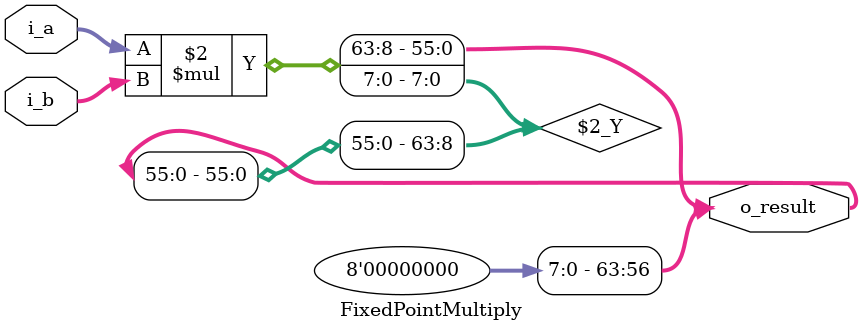
<source format=v>
module FixedPointMultiply #(
    parameter WIDTH = 32,               // full width of each value being added, and the result
    parameter FRACTION_WIDTH = 8
)
(
    input [WIDTH-1:0] i_a,
    input [WIDTH-1:0] i_b,
    output reg [(WIDTH*2)-1:0] o_result
);

always @(*)
begin
    o_result = (i_a * i_b) >> FRACTION_WIDTH;
end

endmodule

</source>
